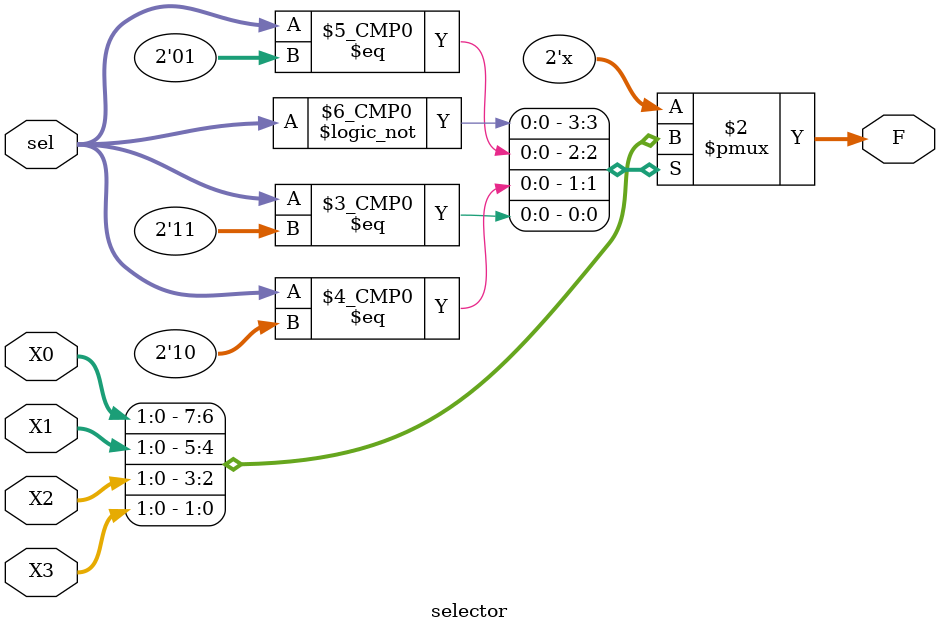
<source format=v>
module selector(
    input [1:0] sel,
    input [1:0] X0,
    input [1:0] X1,
    input [1:0] X2,
    input [1:0] X3,
    output reg [1:0] F
);

always @ (*) begin
    case (sel)
        2'b00: F = X0;
        2'b01: F = X1;
        2'b10: F = X2;
        2'b11: F = X3;
        default: F = 2'b00;
    endcase
end

endmodule
</source>
